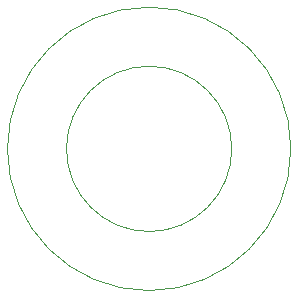
<source format=gm1>
G04 #@! TF.GenerationSoftware,KiCad,Pcbnew,(5.1.7)-1*
G04 #@! TF.CreationDate,2022-06-07T01:09:24+02:00*
G04 #@! TF.ProjectId,Kondensator-Adapter-21mm-Spacer,4b6f6e64-656e-4736-9174-6f722d416461,rev?*
G04 #@! TF.SameCoordinates,Original*
G04 #@! TF.FileFunction,Profile,NP*
%FSLAX46Y46*%
G04 Gerber Fmt 4.6, Leading zero omitted, Abs format (unit mm)*
G04 Created by KiCad (PCBNEW (5.1.7)-1) date 2022-06-07 01:09:24*
%MOMM*%
%LPD*%
G01*
G04 APERTURE LIST*
G04 #@! TA.AperFunction,Profile*
%ADD10C,0.050000*%
G04 #@! TD*
G04 APERTURE END LIST*
D10*
X180264526Y-38930524D02*
G75*
G03*
X180264526Y-38930524I-7000000J0D01*
G01*
X185264526Y-38930524D02*
G75*
G03*
X185264526Y-38930524I-12000000J0D01*
G01*
M02*

</source>
